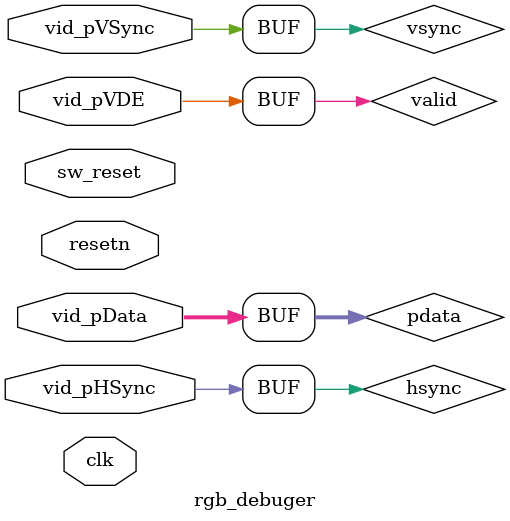
<source format=v>
`timescale 1ns / 1ps


`define ST_RESET 3'b000
`define ST_WAIT_V 3'b001
`define ST_READ_B1 3'b010
`define ST_READ_H 3'b011
`define ST_READ_B3 3'b100
`define ST_DONE 3'b101

/*
    This module will be a debugging probe for looking at the RGB interface
        - It can be reset with a switch
        - It will try to lock to frame syncrhonization signals
        - Through debugging probes it will show
            - Number of horrizontal pixels
            - Number of vertical pixels
            - Sum of R, G and B components

*/
module rgb_debuger(
    // Clock and reset 
    input wire clk,
    input wire resetn,
    
    // Video signals
    (* X_INTERFACE_INFO = "xilinx.com:interface:vid_io:1.0 RGB DATA" *)
    (* mark_debug = "true" *) input wire [23:0] vid_pData,
    (* X_INTERFACE_INFO = "xilinx.com:interface:vid_io:1.0 RGB HSYNC" *)
    (* mark_debug = "true" *) input wire vid_pHSync,
    (* X_INTERFACE_INFO = "xilinx.com:interface:vid_io:1.0 RGB VSYNC" *)
    (* mark_debug = "true" *) input wire vid_pVSync,
    (* X_INTERFACE_INFO = "xilinx.com:interface:vid_io:1.0 RGB ACTIVE_VIDEO" *)
    (* mark_debug = "true" *) input wire vid_pVDE,
    
    // Control and Status 
    input wire sw_reset
    );
    

    wire [23:0] pdata = vid_pData;
    wire vsync = vid_pVSync;
    wire hsync = vid_pHSync;
    wire valid = vid_pVDE;


    (* mark_debug = "true" *) reg [2:0] curr_state;
    (* mark_debug = "true" *) reg [31:0] r_count;
    (* mark_debug = "true" *) reg [31:0] g_count;
    (* mark_debug = "true" *) reg [31:0] b_count;
    (* mark_debug = "true" *) reg [31:0] hor_count;
    (* mark_debug = "true" *) reg [31:0] hor_count_max;
    (* mark_debug = "true" *) reg [31:0] ver_count;
    
    reg vsync_d1r, hsync_d1r;
    
    always @(posedge clk) begin
        if(~sw_reset | ~resetn) begin
            // State reg
            curr_state <= `ST_RESET;  
            
            // Counter regs
            r_count <= 32'b0;
            g_count <= 32'b0;
            b_count <= 32'b0;
            hor_count <= 32'b0;
            hor_count_max <= 32'b0;
            ver_count <= 32'b0;
            
            // Other regs
            vsync_d1r <= 1'b0;
            hsync_d1r <= 1'b0;
        end else begin
            vsync_d1r <= vsync;
            hsync_d1r <= hsync;
            
            case(curr_state)
                `ST_RESET: begin
                    curr_state <= `ST_WAIT_V;
                end
                `ST_WAIT_V: begin
                        // Find start of frame - neg edge of vsync
                        if(vsync_d1r & ~vsync) begin
                            curr_state <= `ST_READ_B1;
                        end
                 end
                 `ST_READ_B1: begin
                    if(valid) begin
                        r_count[31:0] <= r_count[31:0] + {24'b0, vid_pData[7:0]};
                        g_count[31:0] <= g_count[31:0] + {24'b0, vid_pData[15:8]};
                        b_count[31:0] <= b_count[31:0] + {24'b0, vid_pData[23:16]};
                        
                        hor_count[31:0] <= hor_count[31:0] + 32'b1;
                        
                    end else begin
                        if(hsync & ~hsync_d1r) begin // Pos edge hsync
                            if(hor_count[31:0] != 32'b0) begin
                                hor_count[31:0] <= 32'b0;
                                ver_count[31:0] <= ver_count[31:0] + 32'b1;
                            end
                            if(hor_count[31:0] > hor_count_max[31:0]) begin
                                hor_count_max[31:0] <= hor_count[31:0];
                            end
                        end
                        if(vsync) begin
                            curr_state <= `ST_DONE;
                        end
                    end
                 end

                 `ST_DONE: begin
                   
                 end
            
            endcase
        end
    end // always block FSM
    

endmodule

</source>
